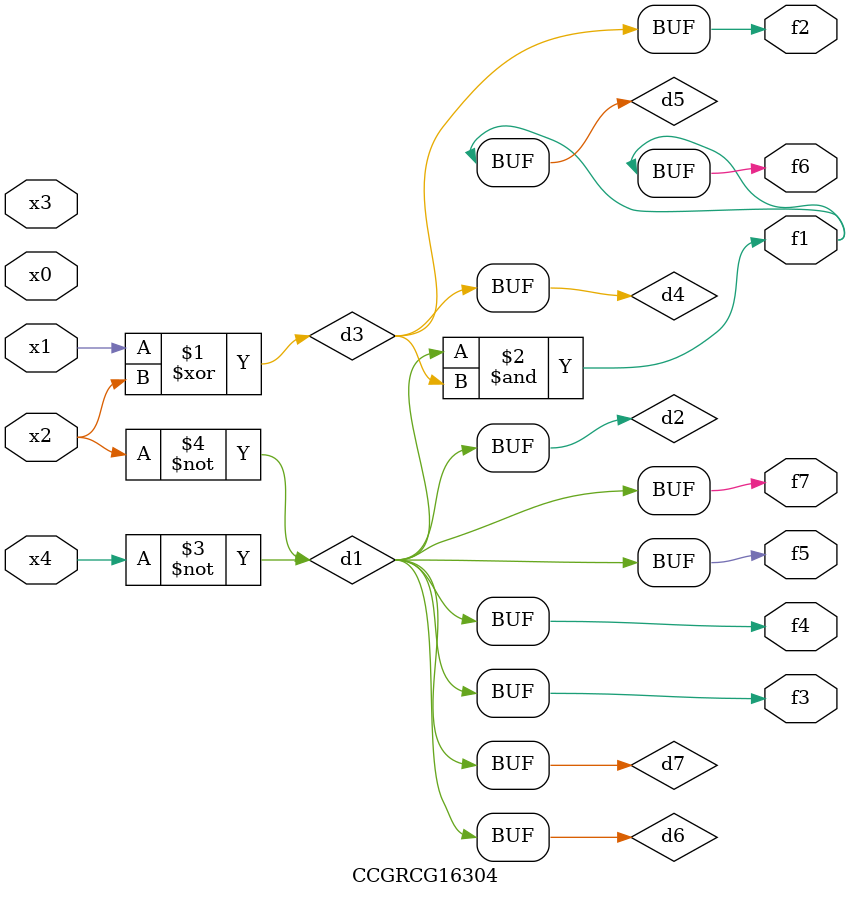
<source format=v>
module CCGRCG16304(
	input x0, x1, x2, x3, x4,
	output f1, f2, f3, f4, f5, f6, f7
);

	wire d1, d2, d3, d4, d5, d6, d7;

	not (d1, x4);
	not (d2, x2);
	xor (d3, x1, x2);
	buf (d4, d3);
	and (d5, d1, d3);
	buf (d6, d1, d2);
	buf (d7, d2);
	assign f1 = d5;
	assign f2 = d4;
	assign f3 = d7;
	assign f4 = d7;
	assign f5 = d7;
	assign f6 = d5;
	assign f7 = d7;
endmodule

</source>
